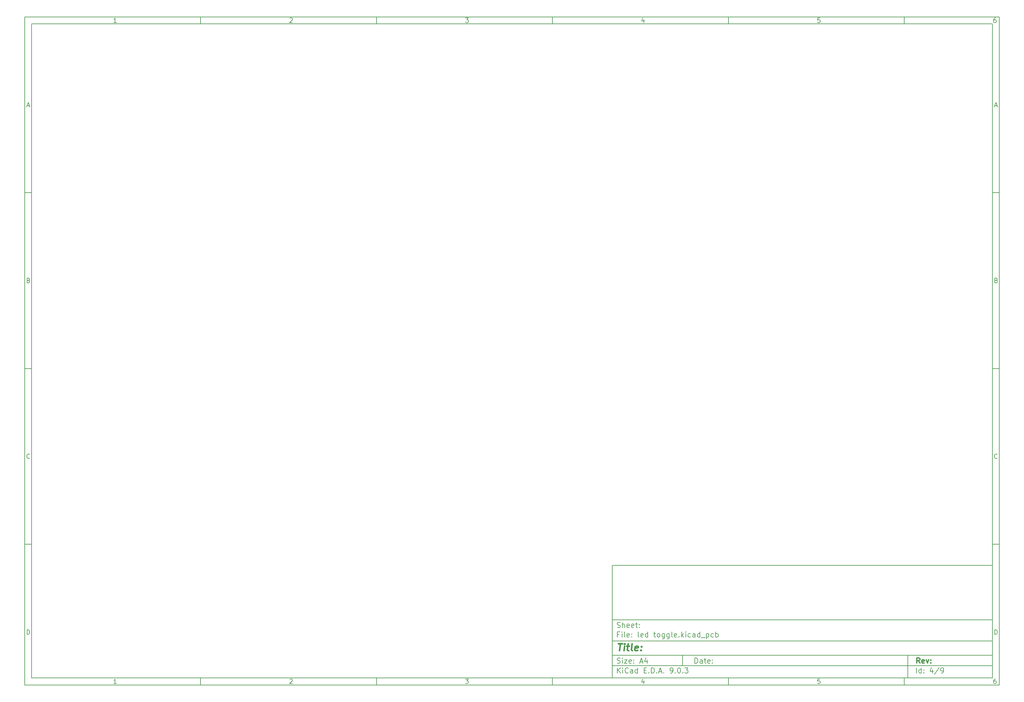
<source format=gbr>
%TF.GenerationSoftware,KiCad,Pcbnew,9.0.3*%
%TF.CreationDate,2025-07-31T01:26:59+05:30*%
%TF.ProjectId,led toggle,6c656420-746f-4676-976c-652e6b696361,rev?*%
%TF.SameCoordinates,Original*%
%TF.FileFunction,Paste,Bot*%
%TF.FilePolarity,Positive*%
%FSLAX46Y46*%
G04 Gerber Fmt 4.6, Leading zero omitted, Abs format (unit mm)*
G04 Created by KiCad (PCBNEW 9.0.3) date 2025-07-31 01:26:59*
%MOMM*%
%LPD*%
G01*
G04 APERTURE LIST*
%ADD10C,0.100000*%
%ADD11C,0.150000*%
%ADD12C,0.300000*%
%ADD13C,0.400000*%
G04 APERTURE END LIST*
D10*
D11*
X177002200Y-166007200D02*
X285002200Y-166007200D01*
X285002200Y-198007200D01*
X177002200Y-198007200D01*
X177002200Y-166007200D01*
D10*
D11*
X10000000Y-10000000D02*
X287002200Y-10000000D01*
X287002200Y-200007200D01*
X10000000Y-200007200D01*
X10000000Y-10000000D01*
D10*
D11*
X12000000Y-12000000D02*
X285002200Y-12000000D01*
X285002200Y-198007200D01*
X12000000Y-198007200D01*
X12000000Y-12000000D01*
D10*
D11*
X60000000Y-12000000D02*
X60000000Y-10000000D01*
D10*
D11*
X110000000Y-12000000D02*
X110000000Y-10000000D01*
D10*
D11*
X160000000Y-12000000D02*
X160000000Y-10000000D01*
D10*
D11*
X210000000Y-12000000D02*
X210000000Y-10000000D01*
D10*
D11*
X260000000Y-12000000D02*
X260000000Y-10000000D01*
D10*
D11*
X36089160Y-11593604D02*
X35346303Y-11593604D01*
X35717731Y-11593604D02*
X35717731Y-10293604D01*
X35717731Y-10293604D02*
X35593922Y-10479319D01*
X35593922Y-10479319D02*
X35470112Y-10603128D01*
X35470112Y-10603128D02*
X35346303Y-10665033D01*
D10*
D11*
X85346303Y-10417414D02*
X85408207Y-10355509D01*
X85408207Y-10355509D02*
X85532017Y-10293604D01*
X85532017Y-10293604D02*
X85841541Y-10293604D01*
X85841541Y-10293604D02*
X85965350Y-10355509D01*
X85965350Y-10355509D02*
X86027255Y-10417414D01*
X86027255Y-10417414D02*
X86089160Y-10541223D01*
X86089160Y-10541223D02*
X86089160Y-10665033D01*
X86089160Y-10665033D02*
X86027255Y-10850747D01*
X86027255Y-10850747D02*
X85284398Y-11593604D01*
X85284398Y-11593604D02*
X86089160Y-11593604D01*
D10*
D11*
X135284398Y-10293604D02*
X136089160Y-10293604D01*
X136089160Y-10293604D02*
X135655826Y-10788842D01*
X135655826Y-10788842D02*
X135841541Y-10788842D01*
X135841541Y-10788842D02*
X135965350Y-10850747D01*
X135965350Y-10850747D02*
X136027255Y-10912652D01*
X136027255Y-10912652D02*
X136089160Y-11036461D01*
X136089160Y-11036461D02*
X136089160Y-11345985D01*
X136089160Y-11345985D02*
X136027255Y-11469795D01*
X136027255Y-11469795D02*
X135965350Y-11531700D01*
X135965350Y-11531700D02*
X135841541Y-11593604D01*
X135841541Y-11593604D02*
X135470112Y-11593604D01*
X135470112Y-11593604D02*
X135346303Y-11531700D01*
X135346303Y-11531700D02*
X135284398Y-11469795D01*
D10*
D11*
X185965350Y-10726938D02*
X185965350Y-11593604D01*
X185655826Y-10231700D02*
X185346303Y-11160271D01*
X185346303Y-11160271D02*
X186151064Y-11160271D01*
D10*
D11*
X236027255Y-10293604D02*
X235408207Y-10293604D01*
X235408207Y-10293604D02*
X235346303Y-10912652D01*
X235346303Y-10912652D02*
X235408207Y-10850747D01*
X235408207Y-10850747D02*
X235532017Y-10788842D01*
X235532017Y-10788842D02*
X235841541Y-10788842D01*
X235841541Y-10788842D02*
X235965350Y-10850747D01*
X235965350Y-10850747D02*
X236027255Y-10912652D01*
X236027255Y-10912652D02*
X236089160Y-11036461D01*
X236089160Y-11036461D02*
X236089160Y-11345985D01*
X236089160Y-11345985D02*
X236027255Y-11469795D01*
X236027255Y-11469795D02*
X235965350Y-11531700D01*
X235965350Y-11531700D02*
X235841541Y-11593604D01*
X235841541Y-11593604D02*
X235532017Y-11593604D01*
X235532017Y-11593604D02*
X235408207Y-11531700D01*
X235408207Y-11531700D02*
X235346303Y-11469795D01*
D10*
D11*
X285965350Y-10293604D02*
X285717731Y-10293604D01*
X285717731Y-10293604D02*
X285593922Y-10355509D01*
X285593922Y-10355509D02*
X285532017Y-10417414D01*
X285532017Y-10417414D02*
X285408207Y-10603128D01*
X285408207Y-10603128D02*
X285346303Y-10850747D01*
X285346303Y-10850747D02*
X285346303Y-11345985D01*
X285346303Y-11345985D02*
X285408207Y-11469795D01*
X285408207Y-11469795D02*
X285470112Y-11531700D01*
X285470112Y-11531700D02*
X285593922Y-11593604D01*
X285593922Y-11593604D02*
X285841541Y-11593604D01*
X285841541Y-11593604D02*
X285965350Y-11531700D01*
X285965350Y-11531700D02*
X286027255Y-11469795D01*
X286027255Y-11469795D02*
X286089160Y-11345985D01*
X286089160Y-11345985D02*
X286089160Y-11036461D01*
X286089160Y-11036461D02*
X286027255Y-10912652D01*
X286027255Y-10912652D02*
X285965350Y-10850747D01*
X285965350Y-10850747D02*
X285841541Y-10788842D01*
X285841541Y-10788842D02*
X285593922Y-10788842D01*
X285593922Y-10788842D02*
X285470112Y-10850747D01*
X285470112Y-10850747D02*
X285408207Y-10912652D01*
X285408207Y-10912652D02*
X285346303Y-11036461D01*
D10*
D11*
X60000000Y-198007200D02*
X60000000Y-200007200D01*
D10*
D11*
X110000000Y-198007200D02*
X110000000Y-200007200D01*
D10*
D11*
X160000000Y-198007200D02*
X160000000Y-200007200D01*
D10*
D11*
X210000000Y-198007200D02*
X210000000Y-200007200D01*
D10*
D11*
X260000000Y-198007200D02*
X260000000Y-200007200D01*
D10*
D11*
X36089160Y-199600804D02*
X35346303Y-199600804D01*
X35717731Y-199600804D02*
X35717731Y-198300804D01*
X35717731Y-198300804D02*
X35593922Y-198486519D01*
X35593922Y-198486519D02*
X35470112Y-198610328D01*
X35470112Y-198610328D02*
X35346303Y-198672233D01*
D10*
D11*
X85346303Y-198424614D02*
X85408207Y-198362709D01*
X85408207Y-198362709D02*
X85532017Y-198300804D01*
X85532017Y-198300804D02*
X85841541Y-198300804D01*
X85841541Y-198300804D02*
X85965350Y-198362709D01*
X85965350Y-198362709D02*
X86027255Y-198424614D01*
X86027255Y-198424614D02*
X86089160Y-198548423D01*
X86089160Y-198548423D02*
X86089160Y-198672233D01*
X86089160Y-198672233D02*
X86027255Y-198857947D01*
X86027255Y-198857947D02*
X85284398Y-199600804D01*
X85284398Y-199600804D02*
X86089160Y-199600804D01*
D10*
D11*
X135284398Y-198300804D02*
X136089160Y-198300804D01*
X136089160Y-198300804D02*
X135655826Y-198796042D01*
X135655826Y-198796042D02*
X135841541Y-198796042D01*
X135841541Y-198796042D02*
X135965350Y-198857947D01*
X135965350Y-198857947D02*
X136027255Y-198919852D01*
X136027255Y-198919852D02*
X136089160Y-199043661D01*
X136089160Y-199043661D02*
X136089160Y-199353185D01*
X136089160Y-199353185D02*
X136027255Y-199476995D01*
X136027255Y-199476995D02*
X135965350Y-199538900D01*
X135965350Y-199538900D02*
X135841541Y-199600804D01*
X135841541Y-199600804D02*
X135470112Y-199600804D01*
X135470112Y-199600804D02*
X135346303Y-199538900D01*
X135346303Y-199538900D02*
X135284398Y-199476995D01*
D10*
D11*
X185965350Y-198734138D02*
X185965350Y-199600804D01*
X185655826Y-198238900D02*
X185346303Y-199167471D01*
X185346303Y-199167471D02*
X186151064Y-199167471D01*
D10*
D11*
X236027255Y-198300804D02*
X235408207Y-198300804D01*
X235408207Y-198300804D02*
X235346303Y-198919852D01*
X235346303Y-198919852D02*
X235408207Y-198857947D01*
X235408207Y-198857947D02*
X235532017Y-198796042D01*
X235532017Y-198796042D02*
X235841541Y-198796042D01*
X235841541Y-198796042D02*
X235965350Y-198857947D01*
X235965350Y-198857947D02*
X236027255Y-198919852D01*
X236027255Y-198919852D02*
X236089160Y-199043661D01*
X236089160Y-199043661D02*
X236089160Y-199353185D01*
X236089160Y-199353185D02*
X236027255Y-199476995D01*
X236027255Y-199476995D02*
X235965350Y-199538900D01*
X235965350Y-199538900D02*
X235841541Y-199600804D01*
X235841541Y-199600804D02*
X235532017Y-199600804D01*
X235532017Y-199600804D02*
X235408207Y-199538900D01*
X235408207Y-199538900D02*
X235346303Y-199476995D01*
D10*
D11*
X285965350Y-198300804D02*
X285717731Y-198300804D01*
X285717731Y-198300804D02*
X285593922Y-198362709D01*
X285593922Y-198362709D02*
X285532017Y-198424614D01*
X285532017Y-198424614D02*
X285408207Y-198610328D01*
X285408207Y-198610328D02*
X285346303Y-198857947D01*
X285346303Y-198857947D02*
X285346303Y-199353185D01*
X285346303Y-199353185D02*
X285408207Y-199476995D01*
X285408207Y-199476995D02*
X285470112Y-199538900D01*
X285470112Y-199538900D02*
X285593922Y-199600804D01*
X285593922Y-199600804D02*
X285841541Y-199600804D01*
X285841541Y-199600804D02*
X285965350Y-199538900D01*
X285965350Y-199538900D02*
X286027255Y-199476995D01*
X286027255Y-199476995D02*
X286089160Y-199353185D01*
X286089160Y-199353185D02*
X286089160Y-199043661D01*
X286089160Y-199043661D02*
X286027255Y-198919852D01*
X286027255Y-198919852D02*
X285965350Y-198857947D01*
X285965350Y-198857947D02*
X285841541Y-198796042D01*
X285841541Y-198796042D02*
X285593922Y-198796042D01*
X285593922Y-198796042D02*
X285470112Y-198857947D01*
X285470112Y-198857947D02*
X285408207Y-198919852D01*
X285408207Y-198919852D02*
X285346303Y-199043661D01*
D10*
D11*
X10000000Y-60000000D02*
X12000000Y-60000000D01*
D10*
D11*
X10000000Y-110000000D02*
X12000000Y-110000000D01*
D10*
D11*
X10000000Y-160000000D02*
X12000000Y-160000000D01*
D10*
D11*
X10690476Y-35222176D02*
X11309523Y-35222176D01*
X10566666Y-35593604D02*
X10999999Y-34293604D01*
X10999999Y-34293604D02*
X11433333Y-35593604D01*
D10*
D11*
X11092857Y-84912652D02*
X11278571Y-84974557D01*
X11278571Y-84974557D02*
X11340476Y-85036461D01*
X11340476Y-85036461D02*
X11402380Y-85160271D01*
X11402380Y-85160271D02*
X11402380Y-85345985D01*
X11402380Y-85345985D02*
X11340476Y-85469795D01*
X11340476Y-85469795D02*
X11278571Y-85531700D01*
X11278571Y-85531700D02*
X11154761Y-85593604D01*
X11154761Y-85593604D02*
X10659523Y-85593604D01*
X10659523Y-85593604D02*
X10659523Y-84293604D01*
X10659523Y-84293604D02*
X11092857Y-84293604D01*
X11092857Y-84293604D02*
X11216666Y-84355509D01*
X11216666Y-84355509D02*
X11278571Y-84417414D01*
X11278571Y-84417414D02*
X11340476Y-84541223D01*
X11340476Y-84541223D02*
X11340476Y-84665033D01*
X11340476Y-84665033D02*
X11278571Y-84788842D01*
X11278571Y-84788842D02*
X11216666Y-84850747D01*
X11216666Y-84850747D02*
X11092857Y-84912652D01*
X11092857Y-84912652D02*
X10659523Y-84912652D01*
D10*
D11*
X11402380Y-135469795D02*
X11340476Y-135531700D01*
X11340476Y-135531700D02*
X11154761Y-135593604D01*
X11154761Y-135593604D02*
X11030952Y-135593604D01*
X11030952Y-135593604D02*
X10845238Y-135531700D01*
X10845238Y-135531700D02*
X10721428Y-135407890D01*
X10721428Y-135407890D02*
X10659523Y-135284080D01*
X10659523Y-135284080D02*
X10597619Y-135036461D01*
X10597619Y-135036461D02*
X10597619Y-134850747D01*
X10597619Y-134850747D02*
X10659523Y-134603128D01*
X10659523Y-134603128D02*
X10721428Y-134479319D01*
X10721428Y-134479319D02*
X10845238Y-134355509D01*
X10845238Y-134355509D02*
X11030952Y-134293604D01*
X11030952Y-134293604D02*
X11154761Y-134293604D01*
X11154761Y-134293604D02*
X11340476Y-134355509D01*
X11340476Y-134355509D02*
X11402380Y-134417414D01*
D10*
D11*
X10659523Y-185593604D02*
X10659523Y-184293604D01*
X10659523Y-184293604D02*
X10969047Y-184293604D01*
X10969047Y-184293604D02*
X11154761Y-184355509D01*
X11154761Y-184355509D02*
X11278571Y-184479319D01*
X11278571Y-184479319D02*
X11340476Y-184603128D01*
X11340476Y-184603128D02*
X11402380Y-184850747D01*
X11402380Y-184850747D02*
X11402380Y-185036461D01*
X11402380Y-185036461D02*
X11340476Y-185284080D01*
X11340476Y-185284080D02*
X11278571Y-185407890D01*
X11278571Y-185407890D02*
X11154761Y-185531700D01*
X11154761Y-185531700D02*
X10969047Y-185593604D01*
X10969047Y-185593604D02*
X10659523Y-185593604D01*
D10*
D11*
X287002200Y-60000000D02*
X285002200Y-60000000D01*
D10*
D11*
X287002200Y-110000000D02*
X285002200Y-110000000D01*
D10*
D11*
X287002200Y-160000000D02*
X285002200Y-160000000D01*
D10*
D11*
X285692676Y-35222176D02*
X286311723Y-35222176D01*
X285568866Y-35593604D02*
X286002199Y-34293604D01*
X286002199Y-34293604D02*
X286435533Y-35593604D01*
D10*
D11*
X286095057Y-84912652D02*
X286280771Y-84974557D01*
X286280771Y-84974557D02*
X286342676Y-85036461D01*
X286342676Y-85036461D02*
X286404580Y-85160271D01*
X286404580Y-85160271D02*
X286404580Y-85345985D01*
X286404580Y-85345985D02*
X286342676Y-85469795D01*
X286342676Y-85469795D02*
X286280771Y-85531700D01*
X286280771Y-85531700D02*
X286156961Y-85593604D01*
X286156961Y-85593604D02*
X285661723Y-85593604D01*
X285661723Y-85593604D02*
X285661723Y-84293604D01*
X285661723Y-84293604D02*
X286095057Y-84293604D01*
X286095057Y-84293604D02*
X286218866Y-84355509D01*
X286218866Y-84355509D02*
X286280771Y-84417414D01*
X286280771Y-84417414D02*
X286342676Y-84541223D01*
X286342676Y-84541223D02*
X286342676Y-84665033D01*
X286342676Y-84665033D02*
X286280771Y-84788842D01*
X286280771Y-84788842D02*
X286218866Y-84850747D01*
X286218866Y-84850747D02*
X286095057Y-84912652D01*
X286095057Y-84912652D02*
X285661723Y-84912652D01*
D10*
D11*
X286404580Y-135469795D02*
X286342676Y-135531700D01*
X286342676Y-135531700D02*
X286156961Y-135593604D01*
X286156961Y-135593604D02*
X286033152Y-135593604D01*
X286033152Y-135593604D02*
X285847438Y-135531700D01*
X285847438Y-135531700D02*
X285723628Y-135407890D01*
X285723628Y-135407890D02*
X285661723Y-135284080D01*
X285661723Y-135284080D02*
X285599819Y-135036461D01*
X285599819Y-135036461D02*
X285599819Y-134850747D01*
X285599819Y-134850747D02*
X285661723Y-134603128D01*
X285661723Y-134603128D02*
X285723628Y-134479319D01*
X285723628Y-134479319D02*
X285847438Y-134355509D01*
X285847438Y-134355509D02*
X286033152Y-134293604D01*
X286033152Y-134293604D02*
X286156961Y-134293604D01*
X286156961Y-134293604D02*
X286342676Y-134355509D01*
X286342676Y-134355509D02*
X286404580Y-134417414D01*
D10*
D11*
X285661723Y-185593604D02*
X285661723Y-184293604D01*
X285661723Y-184293604D02*
X285971247Y-184293604D01*
X285971247Y-184293604D02*
X286156961Y-184355509D01*
X286156961Y-184355509D02*
X286280771Y-184479319D01*
X286280771Y-184479319D02*
X286342676Y-184603128D01*
X286342676Y-184603128D02*
X286404580Y-184850747D01*
X286404580Y-184850747D02*
X286404580Y-185036461D01*
X286404580Y-185036461D02*
X286342676Y-185284080D01*
X286342676Y-185284080D02*
X286280771Y-185407890D01*
X286280771Y-185407890D02*
X286156961Y-185531700D01*
X286156961Y-185531700D02*
X285971247Y-185593604D01*
X285971247Y-185593604D02*
X285661723Y-185593604D01*
D10*
D11*
X200458026Y-193793328D02*
X200458026Y-192293328D01*
X200458026Y-192293328D02*
X200815169Y-192293328D01*
X200815169Y-192293328D02*
X201029455Y-192364757D01*
X201029455Y-192364757D02*
X201172312Y-192507614D01*
X201172312Y-192507614D02*
X201243741Y-192650471D01*
X201243741Y-192650471D02*
X201315169Y-192936185D01*
X201315169Y-192936185D02*
X201315169Y-193150471D01*
X201315169Y-193150471D02*
X201243741Y-193436185D01*
X201243741Y-193436185D02*
X201172312Y-193579042D01*
X201172312Y-193579042D02*
X201029455Y-193721900D01*
X201029455Y-193721900D02*
X200815169Y-193793328D01*
X200815169Y-193793328D02*
X200458026Y-193793328D01*
X202600884Y-193793328D02*
X202600884Y-193007614D01*
X202600884Y-193007614D02*
X202529455Y-192864757D01*
X202529455Y-192864757D02*
X202386598Y-192793328D01*
X202386598Y-192793328D02*
X202100884Y-192793328D01*
X202100884Y-192793328D02*
X201958026Y-192864757D01*
X202600884Y-193721900D02*
X202458026Y-193793328D01*
X202458026Y-193793328D02*
X202100884Y-193793328D01*
X202100884Y-193793328D02*
X201958026Y-193721900D01*
X201958026Y-193721900D02*
X201886598Y-193579042D01*
X201886598Y-193579042D02*
X201886598Y-193436185D01*
X201886598Y-193436185D02*
X201958026Y-193293328D01*
X201958026Y-193293328D02*
X202100884Y-193221900D01*
X202100884Y-193221900D02*
X202458026Y-193221900D01*
X202458026Y-193221900D02*
X202600884Y-193150471D01*
X203100884Y-192793328D02*
X203672312Y-192793328D01*
X203315169Y-192293328D02*
X203315169Y-193579042D01*
X203315169Y-193579042D02*
X203386598Y-193721900D01*
X203386598Y-193721900D02*
X203529455Y-193793328D01*
X203529455Y-193793328D02*
X203672312Y-193793328D01*
X204743741Y-193721900D02*
X204600884Y-193793328D01*
X204600884Y-193793328D02*
X204315170Y-193793328D01*
X204315170Y-193793328D02*
X204172312Y-193721900D01*
X204172312Y-193721900D02*
X204100884Y-193579042D01*
X204100884Y-193579042D02*
X204100884Y-193007614D01*
X204100884Y-193007614D02*
X204172312Y-192864757D01*
X204172312Y-192864757D02*
X204315170Y-192793328D01*
X204315170Y-192793328D02*
X204600884Y-192793328D01*
X204600884Y-192793328D02*
X204743741Y-192864757D01*
X204743741Y-192864757D02*
X204815170Y-193007614D01*
X204815170Y-193007614D02*
X204815170Y-193150471D01*
X204815170Y-193150471D02*
X204100884Y-193293328D01*
X205458026Y-193650471D02*
X205529455Y-193721900D01*
X205529455Y-193721900D02*
X205458026Y-193793328D01*
X205458026Y-193793328D02*
X205386598Y-193721900D01*
X205386598Y-193721900D02*
X205458026Y-193650471D01*
X205458026Y-193650471D02*
X205458026Y-193793328D01*
X205458026Y-192864757D02*
X205529455Y-192936185D01*
X205529455Y-192936185D02*
X205458026Y-193007614D01*
X205458026Y-193007614D02*
X205386598Y-192936185D01*
X205386598Y-192936185D02*
X205458026Y-192864757D01*
X205458026Y-192864757D02*
X205458026Y-193007614D01*
D10*
D11*
X177002200Y-194507200D02*
X285002200Y-194507200D01*
D10*
D11*
X178458026Y-196593328D02*
X178458026Y-195093328D01*
X179315169Y-196593328D02*
X178672312Y-195736185D01*
X179315169Y-195093328D02*
X178458026Y-195950471D01*
X179958026Y-196593328D02*
X179958026Y-195593328D01*
X179958026Y-195093328D02*
X179886598Y-195164757D01*
X179886598Y-195164757D02*
X179958026Y-195236185D01*
X179958026Y-195236185D02*
X180029455Y-195164757D01*
X180029455Y-195164757D02*
X179958026Y-195093328D01*
X179958026Y-195093328D02*
X179958026Y-195236185D01*
X181529455Y-196450471D02*
X181458027Y-196521900D01*
X181458027Y-196521900D02*
X181243741Y-196593328D01*
X181243741Y-196593328D02*
X181100884Y-196593328D01*
X181100884Y-196593328D02*
X180886598Y-196521900D01*
X180886598Y-196521900D02*
X180743741Y-196379042D01*
X180743741Y-196379042D02*
X180672312Y-196236185D01*
X180672312Y-196236185D02*
X180600884Y-195950471D01*
X180600884Y-195950471D02*
X180600884Y-195736185D01*
X180600884Y-195736185D02*
X180672312Y-195450471D01*
X180672312Y-195450471D02*
X180743741Y-195307614D01*
X180743741Y-195307614D02*
X180886598Y-195164757D01*
X180886598Y-195164757D02*
X181100884Y-195093328D01*
X181100884Y-195093328D02*
X181243741Y-195093328D01*
X181243741Y-195093328D02*
X181458027Y-195164757D01*
X181458027Y-195164757D02*
X181529455Y-195236185D01*
X182815170Y-196593328D02*
X182815170Y-195807614D01*
X182815170Y-195807614D02*
X182743741Y-195664757D01*
X182743741Y-195664757D02*
X182600884Y-195593328D01*
X182600884Y-195593328D02*
X182315170Y-195593328D01*
X182315170Y-195593328D02*
X182172312Y-195664757D01*
X182815170Y-196521900D02*
X182672312Y-196593328D01*
X182672312Y-196593328D02*
X182315170Y-196593328D01*
X182315170Y-196593328D02*
X182172312Y-196521900D01*
X182172312Y-196521900D02*
X182100884Y-196379042D01*
X182100884Y-196379042D02*
X182100884Y-196236185D01*
X182100884Y-196236185D02*
X182172312Y-196093328D01*
X182172312Y-196093328D02*
X182315170Y-196021900D01*
X182315170Y-196021900D02*
X182672312Y-196021900D01*
X182672312Y-196021900D02*
X182815170Y-195950471D01*
X184172313Y-196593328D02*
X184172313Y-195093328D01*
X184172313Y-196521900D02*
X184029455Y-196593328D01*
X184029455Y-196593328D02*
X183743741Y-196593328D01*
X183743741Y-196593328D02*
X183600884Y-196521900D01*
X183600884Y-196521900D02*
X183529455Y-196450471D01*
X183529455Y-196450471D02*
X183458027Y-196307614D01*
X183458027Y-196307614D02*
X183458027Y-195879042D01*
X183458027Y-195879042D02*
X183529455Y-195736185D01*
X183529455Y-195736185D02*
X183600884Y-195664757D01*
X183600884Y-195664757D02*
X183743741Y-195593328D01*
X183743741Y-195593328D02*
X184029455Y-195593328D01*
X184029455Y-195593328D02*
X184172313Y-195664757D01*
X186029455Y-195807614D02*
X186529455Y-195807614D01*
X186743741Y-196593328D02*
X186029455Y-196593328D01*
X186029455Y-196593328D02*
X186029455Y-195093328D01*
X186029455Y-195093328D02*
X186743741Y-195093328D01*
X187386598Y-196450471D02*
X187458027Y-196521900D01*
X187458027Y-196521900D02*
X187386598Y-196593328D01*
X187386598Y-196593328D02*
X187315170Y-196521900D01*
X187315170Y-196521900D02*
X187386598Y-196450471D01*
X187386598Y-196450471D02*
X187386598Y-196593328D01*
X188100884Y-196593328D02*
X188100884Y-195093328D01*
X188100884Y-195093328D02*
X188458027Y-195093328D01*
X188458027Y-195093328D02*
X188672313Y-195164757D01*
X188672313Y-195164757D02*
X188815170Y-195307614D01*
X188815170Y-195307614D02*
X188886599Y-195450471D01*
X188886599Y-195450471D02*
X188958027Y-195736185D01*
X188958027Y-195736185D02*
X188958027Y-195950471D01*
X188958027Y-195950471D02*
X188886599Y-196236185D01*
X188886599Y-196236185D02*
X188815170Y-196379042D01*
X188815170Y-196379042D02*
X188672313Y-196521900D01*
X188672313Y-196521900D02*
X188458027Y-196593328D01*
X188458027Y-196593328D02*
X188100884Y-196593328D01*
X189600884Y-196450471D02*
X189672313Y-196521900D01*
X189672313Y-196521900D02*
X189600884Y-196593328D01*
X189600884Y-196593328D02*
X189529456Y-196521900D01*
X189529456Y-196521900D02*
X189600884Y-196450471D01*
X189600884Y-196450471D02*
X189600884Y-196593328D01*
X190243742Y-196164757D02*
X190958028Y-196164757D01*
X190100885Y-196593328D02*
X190600885Y-195093328D01*
X190600885Y-195093328D02*
X191100885Y-196593328D01*
X191600884Y-196450471D02*
X191672313Y-196521900D01*
X191672313Y-196521900D02*
X191600884Y-196593328D01*
X191600884Y-196593328D02*
X191529456Y-196521900D01*
X191529456Y-196521900D02*
X191600884Y-196450471D01*
X191600884Y-196450471D02*
X191600884Y-196593328D01*
X193529456Y-196593328D02*
X193815170Y-196593328D01*
X193815170Y-196593328D02*
X193958027Y-196521900D01*
X193958027Y-196521900D02*
X194029456Y-196450471D01*
X194029456Y-196450471D02*
X194172313Y-196236185D01*
X194172313Y-196236185D02*
X194243742Y-195950471D01*
X194243742Y-195950471D02*
X194243742Y-195379042D01*
X194243742Y-195379042D02*
X194172313Y-195236185D01*
X194172313Y-195236185D02*
X194100885Y-195164757D01*
X194100885Y-195164757D02*
X193958027Y-195093328D01*
X193958027Y-195093328D02*
X193672313Y-195093328D01*
X193672313Y-195093328D02*
X193529456Y-195164757D01*
X193529456Y-195164757D02*
X193458027Y-195236185D01*
X193458027Y-195236185D02*
X193386599Y-195379042D01*
X193386599Y-195379042D02*
X193386599Y-195736185D01*
X193386599Y-195736185D02*
X193458027Y-195879042D01*
X193458027Y-195879042D02*
X193529456Y-195950471D01*
X193529456Y-195950471D02*
X193672313Y-196021900D01*
X193672313Y-196021900D02*
X193958027Y-196021900D01*
X193958027Y-196021900D02*
X194100885Y-195950471D01*
X194100885Y-195950471D02*
X194172313Y-195879042D01*
X194172313Y-195879042D02*
X194243742Y-195736185D01*
X194886598Y-196450471D02*
X194958027Y-196521900D01*
X194958027Y-196521900D02*
X194886598Y-196593328D01*
X194886598Y-196593328D02*
X194815170Y-196521900D01*
X194815170Y-196521900D02*
X194886598Y-196450471D01*
X194886598Y-196450471D02*
X194886598Y-196593328D01*
X195886599Y-195093328D02*
X196029456Y-195093328D01*
X196029456Y-195093328D02*
X196172313Y-195164757D01*
X196172313Y-195164757D02*
X196243742Y-195236185D01*
X196243742Y-195236185D02*
X196315170Y-195379042D01*
X196315170Y-195379042D02*
X196386599Y-195664757D01*
X196386599Y-195664757D02*
X196386599Y-196021900D01*
X196386599Y-196021900D02*
X196315170Y-196307614D01*
X196315170Y-196307614D02*
X196243742Y-196450471D01*
X196243742Y-196450471D02*
X196172313Y-196521900D01*
X196172313Y-196521900D02*
X196029456Y-196593328D01*
X196029456Y-196593328D02*
X195886599Y-196593328D01*
X195886599Y-196593328D02*
X195743742Y-196521900D01*
X195743742Y-196521900D02*
X195672313Y-196450471D01*
X195672313Y-196450471D02*
X195600884Y-196307614D01*
X195600884Y-196307614D02*
X195529456Y-196021900D01*
X195529456Y-196021900D02*
X195529456Y-195664757D01*
X195529456Y-195664757D02*
X195600884Y-195379042D01*
X195600884Y-195379042D02*
X195672313Y-195236185D01*
X195672313Y-195236185D02*
X195743742Y-195164757D01*
X195743742Y-195164757D02*
X195886599Y-195093328D01*
X197029455Y-196450471D02*
X197100884Y-196521900D01*
X197100884Y-196521900D02*
X197029455Y-196593328D01*
X197029455Y-196593328D02*
X196958027Y-196521900D01*
X196958027Y-196521900D02*
X197029455Y-196450471D01*
X197029455Y-196450471D02*
X197029455Y-196593328D01*
X197600884Y-195093328D02*
X198529456Y-195093328D01*
X198529456Y-195093328D02*
X198029456Y-195664757D01*
X198029456Y-195664757D02*
X198243741Y-195664757D01*
X198243741Y-195664757D02*
X198386599Y-195736185D01*
X198386599Y-195736185D02*
X198458027Y-195807614D01*
X198458027Y-195807614D02*
X198529456Y-195950471D01*
X198529456Y-195950471D02*
X198529456Y-196307614D01*
X198529456Y-196307614D02*
X198458027Y-196450471D01*
X198458027Y-196450471D02*
X198386599Y-196521900D01*
X198386599Y-196521900D02*
X198243741Y-196593328D01*
X198243741Y-196593328D02*
X197815170Y-196593328D01*
X197815170Y-196593328D02*
X197672313Y-196521900D01*
X197672313Y-196521900D02*
X197600884Y-196450471D01*
D10*
D11*
X177002200Y-191507200D02*
X285002200Y-191507200D01*
D10*
D12*
X264413853Y-193785528D02*
X263913853Y-193071242D01*
X263556710Y-193785528D02*
X263556710Y-192285528D01*
X263556710Y-192285528D02*
X264128139Y-192285528D01*
X264128139Y-192285528D02*
X264270996Y-192356957D01*
X264270996Y-192356957D02*
X264342425Y-192428385D01*
X264342425Y-192428385D02*
X264413853Y-192571242D01*
X264413853Y-192571242D02*
X264413853Y-192785528D01*
X264413853Y-192785528D02*
X264342425Y-192928385D01*
X264342425Y-192928385D02*
X264270996Y-192999814D01*
X264270996Y-192999814D02*
X264128139Y-193071242D01*
X264128139Y-193071242D02*
X263556710Y-193071242D01*
X265628139Y-193714100D02*
X265485282Y-193785528D01*
X265485282Y-193785528D02*
X265199568Y-193785528D01*
X265199568Y-193785528D02*
X265056710Y-193714100D01*
X265056710Y-193714100D02*
X264985282Y-193571242D01*
X264985282Y-193571242D02*
X264985282Y-192999814D01*
X264985282Y-192999814D02*
X265056710Y-192856957D01*
X265056710Y-192856957D02*
X265199568Y-192785528D01*
X265199568Y-192785528D02*
X265485282Y-192785528D01*
X265485282Y-192785528D02*
X265628139Y-192856957D01*
X265628139Y-192856957D02*
X265699568Y-192999814D01*
X265699568Y-192999814D02*
X265699568Y-193142671D01*
X265699568Y-193142671D02*
X264985282Y-193285528D01*
X266199567Y-192785528D02*
X266556710Y-193785528D01*
X266556710Y-193785528D02*
X266913853Y-192785528D01*
X267485281Y-193642671D02*
X267556710Y-193714100D01*
X267556710Y-193714100D02*
X267485281Y-193785528D01*
X267485281Y-193785528D02*
X267413853Y-193714100D01*
X267413853Y-193714100D02*
X267485281Y-193642671D01*
X267485281Y-193642671D02*
X267485281Y-193785528D01*
X267485281Y-192856957D02*
X267556710Y-192928385D01*
X267556710Y-192928385D02*
X267485281Y-192999814D01*
X267485281Y-192999814D02*
X267413853Y-192928385D01*
X267413853Y-192928385D02*
X267485281Y-192856957D01*
X267485281Y-192856957D02*
X267485281Y-192999814D01*
D10*
D11*
X178386598Y-193721900D02*
X178600884Y-193793328D01*
X178600884Y-193793328D02*
X178958026Y-193793328D01*
X178958026Y-193793328D02*
X179100884Y-193721900D01*
X179100884Y-193721900D02*
X179172312Y-193650471D01*
X179172312Y-193650471D02*
X179243741Y-193507614D01*
X179243741Y-193507614D02*
X179243741Y-193364757D01*
X179243741Y-193364757D02*
X179172312Y-193221900D01*
X179172312Y-193221900D02*
X179100884Y-193150471D01*
X179100884Y-193150471D02*
X178958026Y-193079042D01*
X178958026Y-193079042D02*
X178672312Y-193007614D01*
X178672312Y-193007614D02*
X178529455Y-192936185D01*
X178529455Y-192936185D02*
X178458026Y-192864757D01*
X178458026Y-192864757D02*
X178386598Y-192721900D01*
X178386598Y-192721900D02*
X178386598Y-192579042D01*
X178386598Y-192579042D02*
X178458026Y-192436185D01*
X178458026Y-192436185D02*
X178529455Y-192364757D01*
X178529455Y-192364757D02*
X178672312Y-192293328D01*
X178672312Y-192293328D02*
X179029455Y-192293328D01*
X179029455Y-192293328D02*
X179243741Y-192364757D01*
X179886597Y-193793328D02*
X179886597Y-192793328D01*
X179886597Y-192293328D02*
X179815169Y-192364757D01*
X179815169Y-192364757D02*
X179886597Y-192436185D01*
X179886597Y-192436185D02*
X179958026Y-192364757D01*
X179958026Y-192364757D02*
X179886597Y-192293328D01*
X179886597Y-192293328D02*
X179886597Y-192436185D01*
X180458026Y-192793328D02*
X181243741Y-192793328D01*
X181243741Y-192793328D02*
X180458026Y-193793328D01*
X180458026Y-193793328D02*
X181243741Y-193793328D01*
X182386598Y-193721900D02*
X182243741Y-193793328D01*
X182243741Y-193793328D02*
X181958027Y-193793328D01*
X181958027Y-193793328D02*
X181815169Y-193721900D01*
X181815169Y-193721900D02*
X181743741Y-193579042D01*
X181743741Y-193579042D02*
X181743741Y-193007614D01*
X181743741Y-193007614D02*
X181815169Y-192864757D01*
X181815169Y-192864757D02*
X181958027Y-192793328D01*
X181958027Y-192793328D02*
X182243741Y-192793328D01*
X182243741Y-192793328D02*
X182386598Y-192864757D01*
X182386598Y-192864757D02*
X182458027Y-193007614D01*
X182458027Y-193007614D02*
X182458027Y-193150471D01*
X182458027Y-193150471D02*
X181743741Y-193293328D01*
X183100883Y-193650471D02*
X183172312Y-193721900D01*
X183172312Y-193721900D02*
X183100883Y-193793328D01*
X183100883Y-193793328D02*
X183029455Y-193721900D01*
X183029455Y-193721900D02*
X183100883Y-193650471D01*
X183100883Y-193650471D02*
X183100883Y-193793328D01*
X183100883Y-192864757D02*
X183172312Y-192936185D01*
X183172312Y-192936185D02*
X183100883Y-193007614D01*
X183100883Y-193007614D02*
X183029455Y-192936185D01*
X183029455Y-192936185D02*
X183100883Y-192864757D01*
X183100883Y-192864757D02*
X183100883Y-193007614D01*
X184886598Y-193364757D02*
X185600884Y-193364757D01*
X184743741Y-193793328D02*
X185243741Y-192293328D01*
X185243741Y-192293328D02*
X185743741Y-193793328D01*
X186886598Y-192793328D02*
X186886598Y-193793328D01*
X186529455Y-192221900D02*
X186172312Y-193293328D01*
X186172312Y-193293328D02*
X187100883Y-193293328D01*
D10*
D11*
X263458026Y-196593328D02*
X263458026Y-195093328D01*
X264815170Y-196593328D02*
X264815170Y-195093328D01*
X264815170Y-196521900D02*
X264672312Y-196593328D01*
X264672312Y-196593328D02*
X264386598Y-196593328D01*
X264386598Y-196593328D02*
X264243741Y-196521900D01*
X264243741Y-196521900D02*
X264172312Y-196450471D01*
X264172312Y-196450471D02*
X264100884Y-196307614D01*
X264100884Y-196307614D02*
X264100884Y-195879042D01*
X264100884Y-195879042D02*
X264172312Y-195736185D01*
X264172312Y-195736185D02*
X264243741Y-195664757D01*
X264243741Y-195664757D02*
X264386598Y-195593328D01*
X264386598Y-195593328D02*
X264672312Y-195593328D01*
X264672312Y-195593328D02*
X264815170Y-195664757D01*
X265529455Y-196450471D02*
X265600884Y-196521900D01*
X265600884Y-196521900D02*
X265529455Y-196593328D01*
X265529455Y-196593328D02*
X265458027Y-196521900D01*
X265458027Y-196521900D02*
X265529455Y-196450471D01*
X265529455Y-196450471D02*
X265529455Y-196593328D01*
X265529455Y-195664757D02*
X265600884Y-195736185D01*
X265600884Y-195736185D02*
X265529455Y-195807614D01*
X265529455Y-195807614D02*
X265458027Y-195736185D01*
X265458027Y-195736185D02*
X265529455Y-195664757D01*
X265529455Y-195664757D02*
X265529455Y-195807614D01*
X268029456Y-195593328D02*
X268029456Y-196593328D01*
X267672313Y-195021900D02*
X267315170Y-196093328D01*
X267315170Y-196093328D02*
X268243741Y-196093328D01*
X269886598Y-195021900D02*
X268600884Y-196950471D01*
X270458027Y-196593328D02*
X270743741Y-196593328D01*
X270743741Y-196593328D02*
X270886598Y-196521900D01*
X270886598Y-196521900D02*
X270958027Y-196450471D01*
X270958027Y-196450471D02*
X271100884Y-196236185D01*
X271100884Y-196236185D02*
X271172313Y-195950471D01*
X271172313Y-195950471D02*
X271172313Y-195379042D01*
X271172313Y-195379042D02*
X271100884Y-195236185D01*
X271100884Y-195236185D02*
X271029456Y-195164757D01*
X271029456Y-195164757D02*
X270886598Y-195093328D01*
X270886598Y-195093328D02*
X270600884Y-195093328D01*
X270600884Y-195093328D02*
X270458027Y-195164757D01*
X270458027Y-195164757D02*
X270386598Y-195236185D01*
X270386598Y-195236185D02*
X270315170Y-195379042D01*
X270315170Y-195379042D02*
X270315170Y-195736185D01*
X270315170Y-195736185D02*
X270386598Y-195879042D01*
X270386598Y-195879042D02*
X270458027Y-195950471D01*
X270458027Y-195950471D02*
X270600884Y-196021900D01*
X270600884Y-196021900D02*
X270886598Y-196021900D01*
X270886598Y-196021900D02*
X271029456Y-195950471D01*
X271029456Y-195950471D02*
X271100884Y-195879042D01*
X271100884Y-195879042D02*
X271172313Y-195736185D01*
D10*
D11*
X177002200Y-187507200D02*
X285002200Y-187507200D01*
D10*
D13*
X178693928Y-188211638D02*
X179836785Y-188211638D01*
X179015357Y-190211638D02*
X179265357Y-188211638D01*
X180253452Y-190211638D02*
X180420119Y-188878304D01*
X180503452Y-188211638D02*
X180396309Y-188306876D01*
X180396309Y-188306876D02*
X180479643Y-188402114D01*
X180479643Y-188402114D02*
X180586786Y-188306876D01*
X180586786Y-188306876D02*
X180503452Y-188211638D01*
X180503452Y-188211638D02*
X180479643Y-188402114D01*
X181086786Y-188878304D02*
X181848690Y-188878304D01*
X181455833Y-188211638D02*
X181241548Y-189925923D01*
X181241548Y-189925923D02*
X181312976Y-190116400D01*
X181312976Y-190116400D02*
X181491548Y-190211638D01*
X181491548Y-190211638D02*
X181682024Y-190211638D01*
X182634405Y-190211638D02*
X182455833Y-190116400D01*
X182455833Y-190116400D02*
X182384405Y-189925923D01*
X182384405Y-189925923D02*
X182598690Y-188211638D01*
X184170119Y-190116400D02*
X183967738Y-190211638D01*
X183967738Y-190211638D02*
X183586785Y-190211638D01*
X183586785Y-190211638D02*
X183408214Y-190116400D01*
X183408214Y-190116400D02*
X183336785Y-189925923D01*
X183336785Y-189925923D02*
X183432024Y-189164019D01*
X183432024Y-189164019D02*
X183551071Y-188973542D01*
X183551071Y-188973542D02*
X183753452Y-188878304D01*
X183753452Y-188878304D02*
X184134404Y-188878304D01*
X184134404Y-188878304D02*
X184312976Y-188973542D01*
X184312976Y-188973542D02*
X184384404Y-189164019D01*
X184384404Y-189164019D02*
X184360595Y-189354495D01*
X184360595Y-189354495D02*
X183384404Y-189544971D01*
X185134405Y-190021161D02*
X185217738Y-190116400D01*
X185217738Y-190116400D02*
X185110595Y-190211638D01*
X185110595Y-190211638D02*
X185027262Y-190116400D01*
X185027262Y-190116400D02*
X185134405Y-190021161D01*
X185134405Y-190021161D02*
X185110595Y-190211638D01*
X185265357Y-188973542D02*
X185348690Y-189068780D01*
X185348690Y-189068780D02*
X185241548Y-189164019D01*
X185241548Y-189164019D02*
X185158214Y-189068780D01*
X185158214Y-189068780D02*
X185265357Y-188973542D01*
X185265357Y-188973542D02*
X185241548Y-189164019D01*
D10*
D11*
X178958026Y-185607614D02*
X178458026Y-185607614D01*
X178458026Y-186393328D02*
X178458026Y-184893328D01*
X178458026Y-184893328D02*
X179172312Y-184893328D01*
X179743740Y-186393328D02*
X179743740Y-185393328D01*
X179743740Y-184893328D02*
X179672312Y-184964757D01*
X179672312Y-184964757D02*
X179743740Y-185036185D01*
X179743740Y-185036185D02*
X179815169Y-184964757D01*
X179815169Y-184964757D02*
X179743740Y-184893328D01*
X179743740Y-184893328D02*
X179743740Y-185036185D01*
X180672312Y-186393328D02*
X180529455Y-186321900D01*
X180529455Y-186321900D02*
X180458026Y-186179042D01*
X180458026Y-186179042D02*
X180458026Y-184893328D01*
X181815169Y-186321900D02*
X181672312Y-186393328D01*
X181672312Y-186393328D02*
X181386598Y-186393328D01*
X181386598Y-186393328D02*
X181243740Y-186321900D01*
X181243740Y-186321900D02*
X181172312Y-186179042D01*
X181172312Y-186179042D02*
X181172312Y-185607614D01*
X181172312Y-185607614D02*
X181243740Y-185464757D01*
X181243740Y-185464757D02*
X181386598Y-185393328D01*
X181386598Y-185393328D02*
X181672312Y-185393328D01*
X181672312Y-185393328D02*
X181815169Y-185464757D01*
X181815169Y-185464757D02*
X181886598Y-185607614D01*
X181886598Y-185607614D02*
X181886598Y-185750471D01*
X181886598Y-185750471D02*
X181172312Y-185893328D01*
X182529454Y-186250471D02*
X182600883Y-186321900D01*
X182600883Y-186321900D02*
X182529454Y-186393328D01*
X182529454Y-186393328D02*
X182458026Y-186321900D01*
X182458026Y-186321900D02*
X182529454Y-186250471D01*
X182529454Y-186250471D02*
X182529454Y-186393328D01*
X182529454Y-185464757D02*
X182600883Y-185536185D01*
X182600883Y-185536185D02*
X182529454Y-185607614D01*
X182529454Y-185607614D02*
X182458026Y-185536185D01*
X182458026Y-185536185D02*
X182529454Y-185464757D01*
X182529454Y-185464757D02*
X182529454Y-185607614D01*
X184600883Y-186393328D02*
X184458026Y-186321900D01*
X184458026Y-186321900D02*
X184386597Y-186179042D01*
X184386597Y-186179042D02*
X184386597Y-184893328D01*
X185743740Y-186321900D02*
X185600883Y-186393328D01*
X185600883Y-186393328D02*
X185315169Y-186393328D01*
X185315169Y-186393328D02*
X185172311Y-186321900D01*
X185172311Y-186321900D02*
X185100883Y-186179042D01*
X185100883Y-186179042D02*
X185100883Y-185607614D01*
X185100883Y-185607614D02*
X185172311Y-185464757D01*
X185172311Y-185464757D02*
X185315169Y-185393328D01*
X185315169Y-185393328D02*
X185600883Y-185393328D01*
X185600883Y-185393328D02*
X185743740Y-185464757D01*
X185743740Y-185464757D02*
X185815169Y-185607614D01*
X185815169Y-185607614D02*
X185815169Y-185750471D01*
X185815169Y-185750471D02*
X185100883Y-185893328D01*
X187100883Y-186393328D02*
X187100883Y-184893328D01*
X187100883Y-186321900D02*
X186958025Y-186393328D01*
X186958025Y-186393328D02*
X186672311Y-186393328D01*
X186672311Y-186393328D02*
X186529454Y-186321900D01*
X186529454Y-186321900D02*
X186458025Y-186250471D01*
X186458025Y-186250471D02*
X186386597Y-186107614D01*
X186386597Y-186107614D02*
X186386597Y-185679042D01*
X186386597Y-185679042D02*
X186458025Y-185536185D01*
X186458025Y-185536185D02*
X186529454Y-185464757D01*
X186529454Y-185464757D02*
X186672311Y-185393328D01*
X186672311Y-185393328D02*
X186958025Y-185393328D01*
X186958025Y-185393328D02*
X187100883Y-185464757D01*
X188743740Y-185393328D02*
X189315168Y-185393328D01*
X188958025Y-184893328D02*
X188958025Y-186179042D01*
X188958025Y-186179042D02*
X189029454Y-186321900D01*
X189029454Y-186321900D02*
X189172311Y-186393328D01*
X189172311Y-186393328D02*
X189315168Y-186393328D01*
X190029454Y-186393328D02*
X189886597Y-186321900D01*
X189886597Y-186321900D02*
X189815168Y-186250471D01*
X189815168Y-186250471D02*
X189743740Y-186107614D01*
X189743740Y-186107614D02*
X189743740Y-185679042D01*
X189743740Y-185679042D02*
X189815168Y-185536185D01*
X189815168Y-185536185D02*
X189886597Y-185464757D01*
X189886597Y-185464757D02*
X190029454Y-185393328D01*
X190029454Y-185393328D02*
X190243740Y-185393328D01*
X190243740Y-185393328D02*
X190386597Y-185464757D01*
X190386597Y-185464757D02*
X190458026Y-185536185D01*
X190458026Y-185536185D02*
X190529454Y-185679042D01*
X190529454Y-185679042D02*
X190529454Y-186107614D01*
X190529454Y-186107614D02*
X190458026Y-186250471D01*
X190458026Y-186250471D02*
X190386597Y-186321900D01*
X190386597Y-186321900D02*
X190243740Y-186393328D01*
X190243740Y-186393328D02*
X190029454Y-186393328D01*
X191815169Y-185393328D02*
X191815169Y-186607614D01*
X191815169Y-186607614D02*
X191743740Y-186750471D01*
X191743740Y-186750471D02*
X191672311Y-186821900D01*
X191672311Y-186821900D02*
X191529454Y-186893328D01*
X191529454Y-186893328D02*
X191315169Y-186893328D01*
X191315169Y-186893328D02*
X191172311Y-186821900D01*
X191815169Y-186321900D02*
X191672311Y-186393328D01*
X191672311Y-186393328D02*
X191386597Y-186393328D01*
X191386597Y-186393328D02*
X191243740Y-186321900D01*
X191243740Y-186321900D02*
X191172311Y-186250471D01*
X191172311Y-186250471D02*
X191100883Y-186107614D01*
X191100883Y-186107614D02*
X191100883Y-185679042D01*
X191100883Y-185679042D02*
X191172311Y-185536185D01*
X191172311Y-185536185D02*
X191243740Y-185464757D01*
X191243740Y-185464757D02*
X191386597Y-185393328D01*
X191386597Y-185393328D02*
X191672311Y-185393328D01*
X191672311Y-185393328D02*
X191815169Y-185464757D01*
X193172312Y-185393328D02*
X193172312Y-186607614D01*
X193172312Y-186607614D02*
X193100883Y-186750471D01*
X193100883Y-186750471D02*
X193029454Y-186821900D01*
X193029454Y-186821900D02*
X192886597Y-186893328D01*
X192886597Y-186893328D02*
X192672312Y-186893328D01*
X192672312Y-186893328D02*
X192529454Y-186821900D01*
X193172312Y-186321900D02*
X193029454Y-186393328D01*
X193029454Y-186393328D02*
X192743740Y-186393328D01*
X192743740Y-186393328D02*
X192600883Y-186321900D01*
X192600883Y-186321900D02*
X192529454Y-186250471D01*
X192529454Y-186250471D02*
X192458026Y-186107614D01*
X192458026Y-186107614D02*
X192458026Y-185679042D01*
X192458026Y-185679042D02*
X192529454Y-185536185D01*
X192529454Y-185536185D02*
X192600883Y-185464757D01*
X192600883Y-185464757D02*
X192743740Y-185393328D01*
X192743740Y-185393328D02*
X193029454Y-185393328D01*
X193029454Y-185393328D02*
X193172312Y-185464757D01*
X194100883Y-186393328D02*
X193958026Y-186321900D01*
X193958026Y-186321900D02*
X193886597Y-186179042D01*
X193886597Y-186179042D02*
X193886597Y-184893328D01*
X195243740Y-186321900D02*
X195100883Y-186393328D01*
X195100883Y-186393328D02*
X194815169Y-186393328D01*
X194815169Y-186393328D02*
X194672311Y-186321900D01*
X194672311Y-186321900D02*
X194600883Y-186179042D01*
X194600883Y-186179042D02*
X194600883Y-185607614D01*
X194600883Y-185607614D02*
X194672311Y-185464757D01*
X194672311Y-185464757D02*
X194815169Y-185393328D01*
X194815169Y-185393328D02*
X195100883Y-185393328D01*
X195100883Y-185393328D02*
X195243740Y-185464757D01*
X195243740Y-185464757D02*
X195315169Y-185607614D01*
X195315169Y-185607614D02*
X195315169Y-185750471D01*
X195315169Y-185750471D02*
X194600883Y-185893328D01*
X195958025Y-186250471D02*
X196029454Y-186321900D01*
X196029454Y-186321900D02*
X195958025Y-186393328D01*
X195958025Y-186393328D02*
X195886597Y-186321900D01*
X195886597Y-186321900D02*
X195958025Y-186250471D01*
X195958025Y-186250471D02*
X195958025Y-186393328D01*
X196672311Y-186393328D02*
X196672311Y-184893328D01*
X196815169Y-185821900D02*
X197243740Y-186393328D01*
X197243740Y-185393328D02*
X196672311Y-185964757D01*
X197886597Y-186393328D02*
X197886597Y-185393328D01*
X197886597Y-184893328D02*
X197815169Y-184964757D01*
X197815169Y-184964757D02*
X197886597Y-185036185D01*
X197886597Y-185036185D02*
X197958026Y-184964757D01*
X197958026Y-184964757D02*
X197886597Y-184893328D01*
X197886597Y-184893328D02*
X197886597Y-185036185D01*
X199243741Y-186321900D02*
X199100883Y-186393328D01*
X199100883Y-186393328D02*
X198815169Y-186393328D01*
X198815169Y-186393328D02*
X198672312Y-186321900D01*
X198672312Y-186321900D02*
X198600883Y-186250471D01*
X198600883Y-186250471D02*
X198529455Y-186107614D01*
X198529455Y-186107614D02*
X198529455Y-185679042D01*
X198529455Y-185679042D02*
X198600883Y-185536185D01*
X198600883Y-185536185D02*
X198672312Y-185464757D01*
X198672312Y-185464757D02*
X198815169Y-185393328D01*
X198815169Y-185393328D02*
X199100883Y-185393328D01*
X199100883Y-185393328D02*
X199243741Y-185464757D01*
X200529455Y-186393328D02*
X200529455Y-185607614D01*
X200529455Y-185607614D02*
X200458026Y-185464757D01*
X200458026Y-185464757D02*
X200315169Y-185393328D01*
X200315169Y-185393328D02*
X200029455Y-185393328D01*
X200029455Y-185393328D02*
X199886597Y-185464757D01*
X200529455Y-186321900D02*
X200386597Y-186393328D01*
X200386597Y-186393328D02*
X200029455Y-186393328D01*
X200029455Y-186393328D02*
X199886597Y-186321900D01*
X199886597Y-186321900D02*
X199815169Y-186179042D01*
X199815169Y-186179042D02*
X199815169Y-186036185D01*
X199815169Y-186036185D02*
X199886597Y-185893328D01*
X199886597Y-185893328D02*
X200029455Y-185821900D01*
X200029455Y-185821900D02*
X200386597Y-185821900D01*
X200386597Y-185821900D02*
X200529455Y-185750471D01*
X201886598Y-186393328D02*
X201886598Y-184893328D01*
X201886598Y-186321900D02*
X201743740Y-186393328D01*
X201743740Y-186393328D02*
X201458026Y-186393328D01*
X201458026Y-186393328D02*
X201315169Y-186321900D01*
X201315169Y-186321900D02*
X201243740Y-186250471D01*
X201243740Y-186250471D02*
X201172312Y-186107614D01*
X201172312Y-186107614D02*
X201172312Y-185679042D01*
X201172312Y-185679042D02*
X201243740Y-185536185D01*
X201243740Y-185536185D02*
X201315169Y-185464757D01*
X201315169Y-185464757D02*
X201458026Y-185393328D01*
X201458026Y-185393328D02*
X201743740Y-185393328D01*
X201743740Y-185393328D02*
X201886598Y-185464757D01*
X202243741Y-186536185D02*
X203386598Y-186536185D01*
X203743740Y-185393328D02*
X203743740Y-186893328D01*
X203743740Y-185464757D02*
X203886598Y-185393328D01*
X203886598Y-185393328D02*
X204172312Y-185393328D01*
X204172312Y-185393328D02*
X204315169Y-185464757D01*
X204315169Y-185464757D02*
X204386598Y-185536185D01*
X204386598Y-185536185D02*
X204458026Y-185679042D01*
X204458026Y-185679042D02*
X204458026Y-186107614D01*
X204458026Y-186107614D02*
X204386598Y-186250471D01*
X204386598Y-186250471D02*
X204315169Y-186321900D01*
X204315169Y-186321900D02*
X204172312Y-186393328D01*
X204172312Y-186393328D02*
X203886598Y-186393328D01*
X203886598Y-186393328D02*
X203743740Y-186321900D01*
X205743741Y-186321900D02*
X205600883Y-186393328D01*
X205600883Y-186393328D02*
X205315169Y-186393328D01*
X205315169Y-186393328D02*
X205172312Y-186321900D01*
X205172312Y-186321900D02*
X205100883Y-186250471D01*
X205100883Y-186250471D02*
X205029455Y-186107614D01*
X205029455Y-186107614D02*
X205029455Y-185679042D01*
X205029455Y-185679042D02*
X205100883Y-185536185D01*
X205100883Y-185536185D02*
X205172312Y-185464757D01*
X205172312Y-185464757D02*
X205315169Y-185393328D01*
X205315169Y-185393328D02*
X205600883Y-185393328D01*
X205600883Y-185393328D02*
X205743741Y-185464757D01*
X206386597Y-186393328D02*
X206386597Y-184893328D01*
X206386597Y-185464757D02*
X206529455Y-185393328D01*
X206529455Y-185393328D02*
X206815169Y-185393328D01*
X206815169Y-185393328D02*
X206958026Y-185464757D01*
X206958026Y-185464757D02*
X207029455Y-185536185D01*
X207029455Y-185536185D02*
X207100883Y-185679042D01*
X207100883Y-185679042D02*
X207100883Y-186107614D01*
X207100883Y-186107614D02*
X207029455Y-186250471D01*
X207029455Y-186250471D02*
X206958026Y-186321900D01*
X206958026Y-186321900D02*
X206815169Y-186393328D01*
X206815169Y-186393328D02*
X206529455Y-186393328D01*
X206529455Y-186393328D02*
X206386597Y-186321900D01*
D10*
D11*
X177002200Y-181507200D02*
X285002200Y-181507200D01*
D10*
D11*
X178386598Y-183621900D02*
X178600884Y-183693328D01*
X178600884Y-183693328D02*
X178958026Y-183693328D01*
X178958026Y-183693328D02*
X179100884Y-183621900D01*
X179100884Y-183621900D02*
X179172312Y-183550471D01*
X179172312Y-183550471D02*
X179243741Y-183407614D01*
X179243741Y-183407614D02*
X179243741Y-183264757D01*
X179243741Y-183264757D02*
X179172312Y-183121900D01*
X179172312Y-183121900D02*
X179100884Y-183050471D01*
X179100884Y-183050471D02*
X178958026Y-182979042D01*
X178958026Y-182979042D02*
X178672312Y-182907614D01*
X178672312Y-182907614D02*
X178529455Y-182836185D01*
X178529455Y-182836185D02*
X178458026Y-182764757D01*
X178458026Y-182764757D02*
X178386598Y-182621900D01*
X178386598Y-182621900D02*
X178386598Y-182479042D01*
X178386598Y-182479042D02*
X178458026Y-182336185D01*
X178458026Y-182336185D02*
X178529455Y-182264757D01*
X178529455Y-182264757D02*
X178672312Y-182193328D01*
X178672312Y-182193328D02*
X179029455Y-182193328D01*
X179029455Y-182193328D02*
X179243741Y-182264757D01*
X179886597Y-183693328D02*
X179886597Y-182193328D01*
X180529455Y-183693328D02*
X180529455Y-182907614D01*
X180529455Y-182907614D02*
X180458026Y-182764757D01*
X180458026Y-182764757D02*
X180315169Y-182693328D01*
X180315169Y-182693328D02*
X180100883Y-182693328D01*
X180100883Y-182693328D02*
X179958026Y-182764757D01*
X179958026Y-182764757D02*
X179886597Y-182836185D01*
X181815169Y-183621900D02*
X181672312Y-183693328D01*
X181672312Y-183693328D02*
X181386598Y-183693328D01*
X181386598Y-183693328D02*
X181243740Y-183621900D01*
X181243740Y-183621900D02*
X181172312Y-183479042D01*
X181172312Y-183479042D02*
X181172312Y-182907614D01*
X181172312Y-182907614D02*
X181243740Y-182764757D01*
X181243740Y-182764757D02*
X181386598Y-182693328D01*
X181386598Y-182693328D02*
X181672312Y-182693328D01*
X181672312Y-182693328D02*
X181815169Y-182764757D01*
X181815169Y-182764757D02*
X181886598Y-182907614D01*
X181886598Y-182907614D02*
X181886598Y-183050471D01*
X181886598Y-183050471D02*
X181172312Y-183193328D01*
X183100883Y-183621900D02*
X182958026Y-183693328D01*
X182958026Y-183693328D02*
X182672312Y-183693328D01*
X182672312Y-183693328D02*
X182529454Y-183621900D01*
X182529454Y-183621900D02*
X182458026Y-183479042D01*
X182458026Y-183479042D02*
X182458026Y-182907614D01*
X182458026Y-182907614D02*
X182529454Y-182764757D01*
X182529454Y-182764757D02*
X182672312Y-182693328D01*
X182672312Y-182693328D02*
X182958026Y-182693328D01*
X182958026Y-182693328D02*
X183100883Y-182764757D01*
X183100883Y-182764757D02*
X183172312Y-182907614D01*
X183172312Y-182907614D02*
X183172312Y-183050471D01*
X183172312Y-183050471D02*
X182458026Y-183193328D01*
X183600883Y-182693328D02*
X184172311Y-182693328D01*
X183815168Y-182193328D02*
X183815168Y-183479042D01*
X183815168Y-183479042D02*
X183886597Y-183621900D01*
X183886597Y-183621900D02*
X184029454Y-183693328D01*
X184029454Y-183693328D02*
X184172311Y-183693328D01*
X184672311Y-183550471D02*
X184743740Y-183621900D01*
X184743740Y-183621900D02*
X184672311Y-183693328D01*
X184672311Y-183693328D02*
X184600883Y-183621900D01*
X184600883Y-183621900D02*
X184672311Y-183550471D01*
X184672311Y-183550471D02*
X184672311Y-183693328D01*
X184672311Y-182764757D02*
X184743740Y-182836185D01*
X184743740Y-182836185D02*
X184672311Y-182907614D01*
X184672311Y-182907614D02*
X184600883Y-182836185D01*
X184600883Y-182836185D02*
X184672311Y-182764757D01*
X184672311Y-182764757D02*
X184672311Y-182907614D01*
D10*
D11*
X197002200Y-191507200D02*
X197002200Y-194507200D01*
D10*
D11*
X261002200Y-191507200D02*
X261002200Y-198007200D01*
M02*

</source>
